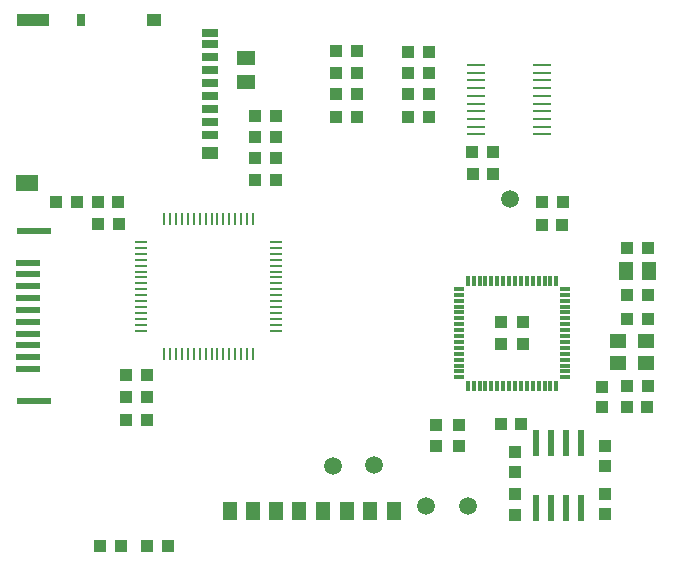
<source format=gtp>
G04 #@! TF.GenerationSoftware,KiCad,Pcbnew,(5.1.2)-1*
G04 #@! TF.CreationDate,2021-07-03T10:16:44+09:00*
G04 #@! TF.ProjectId,hdmi,68646d69-2e6b-4696-9361-645f70636258,v1.5*
G04 #@! TF.SameCoordinates,Original*
G04 #@! TF.FileFunction,Paste,Top*
G04 #@! TF.FilePolarity,Positive*
%FSLAX46Y46*%
G04 Gerber Fmt 4.6, Leading zero omitted, Abs format (unit mm)*
G04 Created by KiCad (PCBNEW (5.1.2)-1) date 2021-07-03 10:16:44*
%MOMM*%
%LPD*%
G04 APERTURE LIST*
%ADD10R,0.599440X2.199640*%
%ADD11R,0.250000X1.000000*%
%ADD12R,1.000000X0.250000*%
%ADD13R,0.300000X0.850000*%
%ADD14R,0.850000X0.300000*%
%ADD15R,1.102500X1.102500*%
%ADD16R,1.079500X1.049020*%
%ADD17R,1.049020X1.079500*%
%ADD18R,1.297940X1.597660*%
%ADD19R,3.000000X0.600000*%
%ADD20R,2.000000X0.600000*%
%ADD21R,1.400000X1.200000*%
%ADD22R,1.549200X0.249200*%
%ADD23R,1.597660X1.297940*%
%ADD24R,1.198880X1.099820*%
%ADD25R,1.399540X0.998220*%
%ADD26R,1.899920X1.399540*%
%ADD27R,2.799080X1.099820*%
%ADD28R,0.797560X1.099820*%
%ADD29R,1.399540X0.647700*%
%ADD30C,1.500000*%
G04 APERTURE END LIST*
D10*
X169850460Y-114634040D03*
X168580460Y-114634040D03*
X167315540Y-114634040D03*
X166045540Y-114634040D03*
X166045540Y-120135960D03*
X167315540Y-120135960D03*
X168580460Y-120135960D03*
X169850460Y-120135960D03*
D11*
X142048000Y-95665000D03*
X141548000Y-95665000D03*
X141048000Y-95665000D03*
X140548000Y-95665000D03*
X140048000Y-95665000D03*
X139548000Y-95665000D03*
X139048000Y-95665000D03*
X138548000Y-95665000D03*
X138048000Y-95665000D03*
X137548000Y-95665000D03*
X137048000Y-95665000D03*
X136548000Y-95665000D03*
X136048000Y-95665000D03*
X135548000Y-95665000D03*
X135048000Y-95665000D03*
X134548000Y-95665000D03*
D12*
X132598000Y-97615000D03*
X132598000Y-98115000D03*
X132598000Y-98615000D03*
X132598000Y-99115000D03*
X132598000Y-99615000D03*
X132598000Y-100115000D03*
X132598000Y-100615000D03*
X132598000Y-101115000D03*
X132598000Y-101615000D03*
X132598000Y-102115000D03*
X132598000Y-102615000D03*
X132598000Y-103115000D03*
X132598000Y-103615000D03*
X132598000Y-104115000D03*
X132598000Y-104615000D03*
X132598000Y-105115000D03*
D11*
X134548000Y-107065000D03*
X135048000Y-107065000D03*
X135548000Y-107065000D03*
X136048000Y-107065000D03*
X136548000Y-107065000D03*
X137048000Y-107065000D03*
X137548000Y-107065000D03*
X138048000Y-107065000D03*
X138548000Y-107065000D03*
X139048000Y-107065000D03*
X139548000Y-107065000D03*
X140048000Y-107065000D03*
X140548000Y-107065000D03*
X141048000Y-107065000D03*
X141548000Y-107065000D03*
X142048000Y-107065000D03*
D12*
X143998000Y-105115000D03*
X143998000Y-104615000D03*
X143998000Y-104115000D03*
X143998000Y-103615000D03*
X143998000Y-103115000D03*
X143998000Y-102615000D03*
X143998000Y-102115000D03*
X143998000Y-101615000D03*
X143998000Y-101115000D03*
X143998000Y-100615000D03*
X143998000Y-100115000D03*
X143998000Y-99615000D03*
X143998000Y-99115000D03*
X143998000Y-98615000D03*
X143998000Y-98115000D03*
X143998000Y-97615000D03*
D13*
X160244000Y-109778000D03*
X160744000Y-109778000D03*
X161244000Y-109778000D03*
X161744000Y-109778000D03*
X162244000Y-109778000D03*
X162744000Y-109778000D03*
X163244000Y-109778000D03*
X163744000Y-109778000D03*
X164244000Y-109778000D03*
X164744000Y-109778000D03*
X165244000Y-109778000D03*
X165744000Y-109778000D03*
X166244000Y-109778000D03*
X166744000Y-109778000D03*
X167244000Y-109778000D03*
X167744000Y-109778000D03*
D14*
X168444000Y-109078000D03*
X168444000Y-108578000D03*
X168444000Y-108078000D03*
X168444000Y-107578000D03*
X168444000Y-107078000D03*
X168444000Y-106578000D03*
X168444000Y-106078000D03*
X168444000Y-105578000D03*
X168444000Y-105078000D03*
X168444000Y-104578000D03*
X168444000Y-104078000D03*
X168444000Y-103578000D03*
X168444000Y-103078000D03*
X168444000Y-102578000D03*
X168444000Y-102078000D03*
X168444000Y-101578000D03*
D13*
X167744000Y-100878000D03*
X167244000Y-100878000D03*
X166744000Y-100878000D03*
X166244000Y-100878000D03*
X165744000Y-100878000D03*
X165244000Y-100878000D03*
X164744000Y-100878000D03*
X164244000Y-100878000D03*
X163744000Y-100878000D03*
X163244000Y-100878000D03*
X162744000Y-100878000D03*
X162244000Y-100878000D03*
X161744000Y-100878000D03*
X161244000Y-100878000D03*
X160744000Y-100878000D03*
X160244000Y-100878000D03*
D14*
X159544000Y-101578000D03*
X159544000Y-102078000D03*
X159544000Y-102578000D03*
X159544000Y-103078000D03*
X159544000Y-103578000D03*
X159544000Y-104078000D03*
X159544000Y-104578000D03*
X159544000Y-105078000D03*
X159544000Y-105578000D03*
X159544000Y-106078000D03*
X159544000Y-106578000D03*
X159544000Y-107078000D03*
X159544000Y-107578000D03*
X159544000Y-108078000D03*
X159544000Y-108578000D03*
X159544000Y-109078000D03*
D15*
X164912750Y-104409250D03*
X163075250Y-104409250D03*
X164912750Y-106246750D03*
X163075250Y-106246750D03*
D16*
X171850000Y-118928240D03*
X171850000Y-120675760D03*
D17*
X173752240Y-102111000D03*
X175499760Y-102111000D03*
X173752240Y-98111200D03*
X175499760Y-98111200D03*
D16*
X171598000Y-111612760D03*
X171598000Y-109865240D03*
D18*
X173629780Y-100111000D03*
X175626220Y-100111000D03*
D17*
X163018000Y-113045000D03*
X164765520Y-113045000D03*
D16*
X159498000Y-114862760D03*
X159498000Y-113115240D03*
X157513000Y-113115240D03*
X157513000Y-114862760D03*
D17*
X142224240Y-92365000D03*
X143971760Y-92365000D03*
X130671760Y-94215000D03*
X128924240Y-94215000D03*
X131350240Y-108865000D03*
X133097760Y-108865000D03*
X128950240Y-96115000D03*
X130697760Y-96115000D03*
D18*
X153998220Y-120365000D03*
X152001780Y-120365000D03*
X142096220Y-120415000D03*
X140099780Y-120415000D03*
D17*
X173752240Y-104111000D03*
X175499760Y-104111000D03*
X173752240Y-109811000D03*
X175499760Y-109811000D03*
X129124240Y-123365000D03*
X130871760Y-123365000D03*
D19*
X123498000Y-96665000D03*
X123498000Y-111065000D03*
D20*
X122998000Y-99365000D03*
X122998000Y-100365000D03*
X122998000Y-101365000D03*
X122998000Y-102365000D03*
X122998000Y-103365000D03*
X122998000Y-104365000D03*
X122998000Y-105365000D03*
X122998000Y-106365000D03*
X122998000Y-107365000D03*
X122998000Y-108365000D03*
D18*
X149987220Y-120365000D03*
X147990780Y-120365000D03*
X145987220Y-120365000D03*
X143990780Y-120365000D03*
D16*
X171850000Y-114865240D03*
X171850000Y-116612760D03*
X164250000Y-117112760D03*
X164250000Y-115365240D03*
X164238000Y-120738760D03*
X164238000Y-118991240D03*
D17*
X175460760Y-111547000D03*
X173713240Y-111547000D03*
X134871760Y-123365000D03*
X133124240Y-123365000D03*
X168245760Y-96165000D03*
X166498240Y-96165000D03*
X166524240Y-94265000D03*
X168271760Y-94265000D03*
X125400240Y-94215000D03*
X127147760Y-94215000D03*
X142224240Y-90515000D03*
X143971760Y-90515000D03*
X142224240Y-88715000D03*
X143971760Y-88715000D03*
X150871760Y-85115000D03*
X149124240Y-85115000D03*
X142224240Y-86965000D03*
X143971760Y-86965000D03*
X131324240Y-110765000D03*
X133071760Y-110765000D03*
X149124240Y-87015000D03*
X150871760Y-87015000D03*
D21*
X175334000Y-105991000D03*
X172934000Y-107891000D03*
X172934000Y-105991000D03*
X175334000Y-107891000D03*
D17*
X162371760Y-89965000D03*
X160624240Y-89965000D03*
X131324240Y-112665000D03*
X133071760Y-112665000D03*
D22*
X160948000Y-82640000D03*
X160948000Y-83290000D03*
X166548000Y-85240000D03*
X166548000Y-85890000D03*
X166548000Y-86540000D03*
X166548000Y-87190000D03*
X166548000Y-87840000D03*
X166548000Y-88490000D03*
X166548000Y-84590000D03*
X166548000Y-83940000D03*
X166548000Y-83290000D03*
X166548000Y-82640000D03*
X160948000Y-83940000D03*
X160948000Y-84590000D03*
X160948000Y-85240000D03*
X160948000Y-85890000D03*
X160948000Y-86540000D03*
X160948000Y-87190000D03*
X160948000Y-88490000D03*
X160948000Y-87840000D03*
D23*
X141448000Y-84063220D03*
X141448000Y-82066780D03*
D24*
X133697240Y-78816880D03*
D25*
X138396240Y-90114800D03*
D26*
X122947960Y-92614160D03*
D27*
X123471200Y-78816880D03*
D28*
X127497100Y-78816880D03*
D29*
X138396240Y-79916700D03*
X138396240Y-80866660D03*
X138396240Y-81966480D03*
X138396240Y-83066300D03*
X138396240Y-84166120D03*
X138396240Y-85265940D03*
X138396240Y-86363220D03*
X138396240Y-87463040D03*
X138396240Y-88562860D03*
D17*
X149124240Y-83265000D03*
X150871760Y-83265000D03*
X150871760Y-81415000D03*
X149124240Y-81415000D03*
X156971760Y-85115000D03*
X155224240Y-85115000D03*
X156971760Y-87015000D03*
X155224240Y-87015000D03*
X155224240Y-81515000D03*
X156971760Y-81515000D03*
X162421760Y-91815000D03*
X160674240Y-91815000D03*
X155224240Y-83315000D03*
X156971760Y-83315000D03*
D30*
X160228000Y-119975000D03*
X156688000Y-119935000D03*
X152328000Y-116505000D03*
X148838000Y-116555000D03*
X163818000Y-93965000D03*
M02*

</source>
